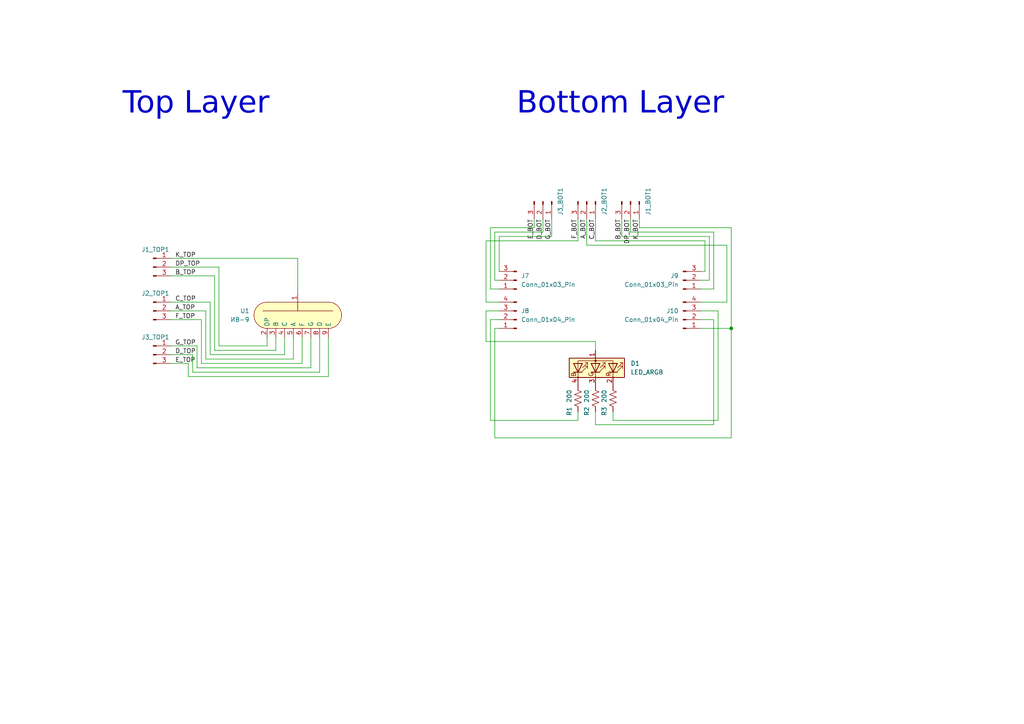
<source format=kicad_sch>
(kicad_sch (version 20230121) (generator eeschema)
  (paper "A4")
  (title_block (title "Kartusche IV-9 Adapter") (date "2023-12-08") (rev "R1.0") (company "Copyright 2023 AnalogMiko") (comment 2 "MERCHANTABILITY, SATISFACTORY QUALITY AND FITNESS FOR A PARTICULAR PURPOSE.") (comment 3 "This source is distributed WITHOUT ANY EXPRESS OR IMPLIED WARRANTY, INCLUDING OF") (comment 4 "This source describes Open Hardware and is licensed under the CERN-OHL-S v2."))
  (lib_symbols
    (symbol "Connector:Conn_01x03_Pin" (pin_names (offset 1.016) hide)
      (property "Reference" "J" (at 0 5.08 0))
      (property "Value" "Conn_01x03_Pin" (at 0 -5.08 0))
      (symbol "Conn_01x03_Pin_1_1"
        (polyline (pts (xy 1.27 -2.54) (xy 0.8636 -2.54)) (stroke (width 0.1524)))
        (polyline (pts (xy 1.27 0) (xy 0.8636 0)) (stroke (width 0.1524)))
        (polyline (pts (xy 1.27 2.54) (xy 0.8636 2.54)) (stroke (width 0.1524)))
        (rectangle (start 0.8636 -2.413) (end 0 -2.667) (stroke (width 0.1524)) (fill (type outline)))
        (rectangle (start 0.8636 0.127) (end 0 -0.127) (stroke (width 0.1524)) (fill (type outline)))
        (rectangle (start 0.8636 2.667) (end 0 2.413) (stroke (width 0.1524)) (fill (type outline)))
        (pin passive line (at 5.08 2.54 180) (length 3.81) (name "Pin_1") (number "1"))
        (pin passive line (at 5.08 0 180) (length 3.81) (name "Pin_2") (number "2"))
        (pin passive line (at 5.08 -2.54 180) (length 3.81) (name "Pin_3") (number "3"))
      )
    )
    (symbol "Connector:Conn_01x04_Pin" (pin_names (offset 1.016) hide)
      (property "Reference" "J" (at 0 5.08 0))
      (property "Value" "Conn_01x04_Pin" (at 0 -7.62 0))
      (symbol "Conn_01x04_Pin_1_1"
        (polyline (pts (xy 1.27 -5.08) (xy 0.8636 -5.08)) (stroke (width 0.1524)))
        (polyline (pts (xy 1.27 -2.54) (xy 0.8636 -2.54)) (stroke (width 0.1524)))
        (polyline (pts (xy 1.27 0) (xy 0.8636 0)) (stroke (width 0.1524)))
        (polyline (pts (xy 1.27 2.54) (xy 0.8636 2.54)) (stroke (width 0.1524)))
        (rectangle (start 0.8636 -4.953) (end 0 -5.207) (stroke (width 0.1524)) (fill (type outline)))
        (rectangle (start 0.8636 -2.413) (end 0 -2.667) (stroke (width 0.1524)) (fill (type outline)))
        (rectangle (start 0.8636 0.127) (end 0 -0.127) (stroke (width 0.1524)) (fill (type outline)))
        (rectangle (start 0.8636 2.667) (end 0 2.413) (stroke (width 0.1524)) (fill (type outline)))
        (pin passive line (at 5.08 2.54 180) (length 3.81) (name "Pin_1") (number "1"))
        (pin passive line (at 5.08 0 180) (length 3.81) (name "Pin_2") (number "2"))
        (pin passive line (at 5.08 -2.54 180) (length 3.81) (name "Pin_3") (number "3"))
        (pin passive line (at 5.08 -5.08 180) (length 3.81) (name "Pin_4") (number "4"))
      )
    )
    (symbol "Device:LED_ARGB" (pin_names (offset 0) hide)
      (property "Reference" "D" (at 0 9.398 0))
      (property "Value" "LED_ARGB" (at 0 -8.89 0))
      (symbol "LED_ARGB_0_0"
        (text "B" (at -1.905 -6.35 0) (effects (font (size 1.27 1.27))))
        (text "G" (at -1.905 -1.27 0) (effects (font (size 1.27 1.27))))
        (text "R" (at -1.905 3.81 0) (effects (font (size 1.27 1.27))))
      )
      (symbol "LED_ARGB_0_1"
        (polyline (pts (xy -1.27 -5.08) (xy -2.54 -5.08)))
        (polyline (pts (xy -1.27 -5.08) (xy 1.27 -5.08)))
        (polyline (pts (xy -1.27 -3.81) (xy -1.27 -6.35)) (stroke (width 0.254)))
        (polyline (pts (xy -1.27 0) (xy -2.54 0)))
        (polyline (pts (xy -1.27 1.27) (xy -1.27 -1.27)) (stroke (width 0.254)))
        (polyline (pts (xy -1.27 5.08) (xy -2.54 5.08)))
        (polyline (pts (xy -1.27 5.08) (xy 1.27 5.08)))
        (polyline (pts (xy -1.27 6.35) (xy -1.27 3.81)) (stroke (width 0.254)))
        (polyline (pts (xy 1.27 0) (xy -1.27 0)))
        (polyline (pts (xy 1.27 0) (xy 2.54 0)))
        (polyline (pts (xy -1.27 1.27) (xy -1.27 -1.27) (xy -1.27 -1.27)))
        (polyline (pts (xy -1.27 6.35) (xy -1.27 3.81) (xy -1.27 3.81)))
        (polyline (pts (xy 1.27 -5.08) (xy 2.032 -5.08) (xy 2.032 5.08) (xy 1.27 5.08)))
        (polyline (pts (xy 1.27 -3.81) (xy 1.27 -6.35) (xy -1.27 -5.08) (xy 1.27 -3.81)) (stroke (width 0.254)))
        (polyline (pts (xy 1.27 1.27) (xy 1.27 -1.27) (xy -1.27 0) (xy 1.27 1.27)) (stroke (width 0.254)))
        (polyline (pts (xy 1.27 6.35) (xy 1.27 3.81) (xy -1.27 5.08) (xy 1.27 6.35)) (stroke (width 0.254)))
        (polyline (pts (xy -1.016 -3.81) (xy 0.508 -2.286) (xy -0.254 -2.286) (xy 0.508 -2.286) (xy 0.508 -3.048)))
        (polyline (pts (xy -1.016 1.27) (xy 0.508 2.794) (xy -0.254 2.794) (xy 0.508 2.794) (xy 0.508 2.032)))
        (polyline (pts (xy -1.016 6.35) (xy 0.508 7.874) (xy -0.254 7.874) (xy 0.508 7.874) (xy 0.508 7.112)))
        (polyline (pts (xy 0 -3.81) (xy 1.524 -2.286) (xy 0.762 -2.286) (xy 1.524 -2.286) (xy 1.524 -3.048)))
        (polyline (pts (xy 0 1.27) (xy 1.524 2.794) (xy 0.762 2.794) (xy 1.524 2.794) (xy 1.524 2.032)))
        (polyline (pts (xy 0 6.35) (xy 1.524 7.874) (xy 0.762 7.874) (xy 1.524 7.874) (xy 1.524 7.112)))
        (rectangle (start 1.27 -1.27) (end 1.27 1.27))
        (rectangle (start 1.27 1.27) (end 1.27 1.27))
        (rectangle (start 1.27 3.81) (end 1.27 6.35))
        (rectangle (start 1.27 6.35) (end 1.27 6.35))
        (circle (center 2.032 0) (radius 0.254) (fill (type outline)))
        (rectangle (start 2.794 8.382) (end -2.794 -7.62) (stroke (width 0.254)) (fill (type background)))
      )
      (symbol "LED_ARGB_1_1"
        (pin passive line (at 5.08 0 180) (length 2.54) (name "A") (number "1"))
        (pin passive line (at -5.08 5.08 0) (length 2.54) (name "RK") (number "2"))
        (pin passive line (at -5.08 0 0) (length 2.54) (name "GK") (number "3"))
        (pin passive line (at -5.08 -5.08 0) (length 2.54) (name "BK") (number "4"))
      )
    )
    (symbol "Device:R_US" (pin_numbers hide) (pin_names (offset 0))
      (property "Reference" "R" (at 2.54 0 90))
      (property "Value" "R_US" (at -2.54 0 90))
      (symbol "R_US_0_1"
        (polyline (pts (xy 0 -2.286) (xy 0 -2.54)))
        (polyline (pts (xy 0 2.286) (xy 0 2.54)))
        (polyline (pts (xy 0 -0.762) (xy 1.016 -1.143) (xy 0 -1.524) (xy -1.016 -1.905) (xy 0 -2.286)))
        (polyline (pts (xy 0 0.762) (xy 1.016 0.381) (xy 0 0) (xy -1.016 -0.381) (xy 0 -0.762)))
        (polyline (pts (xy 0 2.286) (xy 1.016 1.905) (xy 0 1.524) (xy -1.016 1.143) (xy 0 0.762)))
      )
      (symbol "R_US_1_1"
        (pin passive line (at 0 3.81 270) (length 1.27) (name "~") (number "1"))
        (pin passive line (at 0 -3.81 90) (length 1.27) (name "~") (number "2"))
      )
    )
    (symbol "Flora:IV9"
      (property "Reference" "U" (at -7.62 3.81 0))
      (property "Value" "ИВ-9" (at -6.35 1.27 0))
      (symbol "IV9_1_1"
        (arc (start -12.6999 -3.8099) (mid -11.584 -6.504) (end -8.8899 -7.6199) (fill (type background)))
        (arc (start -8.89 0) (mid -11.5841 -1.1159) (end -12.7 -3.81) (fill (type background)))
        (rectangle (start -8.89 0) (end 8.89 -7.62) (stroke (width -0.0001)) (fill (type background)))
        (polyline (pts (xy -10.16 -2.54) (xy 10.16 -2.54)))
        (polyline (pts (xy -8.89 0) (xy 8.89 0)))
        (polyline (pts (xy 0 0) (xy 0 -2.54)))
        (polyline (pts (xy 8.89 -7.62) (xy -8.89 -7.62)))
        (arc (start 8.8899 -7.6199) (mid 11.584 -6.504) (end 12.6999 -3.8099) (fill (type background)))
        (arc (start 12.6998 -3.81) (mid 11.5839 -1.1159) (end 8.8898 0) (fill (type background)))
        (pin input line (at 0 2.54 270) (length 2.54) (name "") (number "1"))
        (pin input line (at -8.89 -10.16 90) (length 2.54) (name "DP") (number "2"))
        (pin input line (at -6.35 -10.16 90) (length 2.54) (name "B") (number "3"))
        (pin input line (at -3.81 -10.16 90) (length 2.54) (name "C") (number "4"))
        (pin input line (at -1.27 -10.16 90) (length 2.54) (name "A") (number "5"))
        (pin input line (at 1.27 -10.16 90) (length 2.54) (name "F") (number "6"))
        (pin input line (at 3.81 -10.16 90) (length 2.54) (name "G") (number "7"))
        (pin input line (at 6.35 -10.16 90) (length 2.54) (name "D") (number "8"))
        (pin input line (at 8.89 -10.16 90) (length 2.54) (name "E") (number "9"))
      )
    )
  )
  (junction (at 212.09 95.25))
  (wire (pts (xy 142.24 66.04) (xy 154.94 66.04)))
  (wire (pts (xy 170.18 71.12) (xy 170.18 63.5)))
  (wire (pts (xy 62.23 101.6) (xy 80.01 101.6)))
  (wire (pts (xy 210.82 87.63) (xy 210.82 71.12)))
  (wire (pts (xy 172.72 99.06) (xy 172.72 101.6)))
  (wire (pts (xy 207.01 83.82) (xy 207.01 67.31)))
  (wire (pts (xy 140.97 99.06) (xy 172.72 99.06)))
  (wire (pts (xy 143.51 81.28) (xy 143.51 67.31)))
  (wire (pts (xy 142.24 83.82) (xy 142.24 66.04)))
  (wire (pts (xy 85.09 104.14) (xy 85.09 97.79)))
  (wire (pts (xy 60.96 102.87) (xy 82.55 102.87)))
  (wire (pts (xy 207.01 123.19) (xy 172.72 123.19)))
  (wire (pts (xy 49.53 100.33) (xy 57.15 100.33)))
  (wire (pts (xy 95.25 109.22) (xy 95.25 97.79)))
  (wire (pts (xy 49.53 105.41) (xy 54.61 105.41)))
  (wire (pts (xy 54.61 105.41) (xy 54.61 109.22)))
  (wire (pts (xy 144.78 83.82) (xy 142.24 83.82)))
  (wire (pts (xy 140.97 69.85) (xy 167.64 69.85)))
  (wire (pts (xy 177.8 121.92) (xy 177.8 119.38)))
  (wire (pts (xy 207.01 67.31) (xy 182.88 67.31)))
  (wire (pts (xy 167.64 121.92) (xy 167.64 119.38)))
  (wire (pts (xy 59.69 90.17) (xy 59.69 104.14)))
  (wire (pts (xy 212.09 66.04) (xy 212.09 95.25)))
  (wire (pts (xy 185.42 66.04) (xy 212.09 66.04)))
  (wire (pts (xy 182.88 67.31) (xy 182.88 63.5)))
  (wire (pts (xy 205.74 81.28) (xy 205.74 68.58)))
  (wire (pts (xy 208.28 90.17) (xy 208.28 121.92)))
  (wire (pts (xy 172.72 123.19) (xy 172.72 119.38)))
  (wire (pts (xy 208.28 121.92) (xy 177.8 121.92)))
  (wire (pts (xy 49.53 80.01) (xy 62.23 80.01)))
  (wire (pts (xy 58.42 92.71) (xy 58.42 105.41)))
  (wire (pts (xy 63.5 77.47) (xy 63.5 100.33)))
  (wire (pts (xy 144.78 95.25) (xy 143.51 95.25)))
  (wire (pts (xy 180.34 68.58) (xy 180.34 63.5)))
  (wire (pts (xy 49.53 92.71) (xy 58.42 92.71)))
  (wire (pts (xy 49.53 102.87) (xy 55.88 102.87)))
  (wire (pts (xy 143.51 67.31) (xy 157.48 67.31)))
  (wire (pts (xy 185.42 63.5) (xy 185.42 66.04)))
  (wire (pts (xy 167.64 69.85) (xy 167.64 63.5)))
  (wire (pts (xy 49.53 77.47) (xy 63.5 77.47)))
  (wire (pts (xy 157.48 67.31) (xy 157.48 63.5)))
  (wire (pts (xy 92.71 107.95) (xy 92.71 97.79)))
  (wire (pts (xy 90.17 106.68) (xy 90.17 97.79)))
  (wire (pts (xy 144.78 87.63) (xy 140.97 87.63)))
  (wire (pts (xy 210.82 71.12) (xy 170.18 71.12)))
  (wire (pts (xy 49.53 74.93) (xy 86.36 74.93)))
  (wire (pts (xy 172.72 69.85) (xy 172.72 63.5)))
  (wire (pts (xy 203.2 78.74) (xy 204.47 78.74)))
  (wire (pts (xy 205.74 68.58) (xy 180.34 68.58)))
  (wire (pts (xy 204.47 69.85) (xy 172.72 69.85)))
  (wire (pts (xy 87.63 105.41) (xy 87.63 97.79)))
  (wire (pts (xy 142.24 92.71) (xy 142.24 121.92)))
  (wire (pts (xy 57.15 100.33) (xy 57.15 106.68)))
  (wire (pts (xy 63.5 100.33) (xy 77.47 100.33)))
  (wire (pts (xy 55.88 107.95) (xy 92.71 107.95)))
  (wire (pts (xy 77.47 97.79) (xy 77.47 100.33)))
  (wire (pts (xy 58.42 105.41) (xy 87.63 105.41)))
  (wire (pts (xy 160.02 68.58) (xy 160.02 63.5)))
  (wire (pts (xy 144.78 81.28) (xy 143.51 81.28)))
  (wire (pts (xy 203.2 92.71) (xy 207.01 92.71)))
  (wire (pts (xy 55.88 102.87) (xy 55.88 107.95)))
  (wire (pts (xy 82.55 102.87) (xy 82.55 97.79)))
  (wire (pts (xy 143.51 127) (xy 212.09 127)))
  (wire (pts (xy 203.2 81.28) (xy 205.74 81.28)))
  (wire (pts (xy 203.2 83.82) (xy 207.01 83.82)))
  (wire (pts (xy 144.78 92.71) (xy 142.24 92.71)))
  (wire (pts (xy 142.24 121.92) (xy 167.64 121.92)))
  (wire (pts (xy 60.96 87.63) (xy 60.96 102.87)))
  (wire (pts (xy 204.47 78.74) (xy 204.47 69.85)))
  (wire (pts (xy 207.01 92.71) (xy 207.01 123.19)))
  (wire (pts (xy 212.09 127) (xy 212.09 95.25)))
  (wire (pts (xy 49.53 87.63) (xy 60.96 87.63)))
  (wire (pts (xy 203.2 90.17) (xy 208.28 90.17)))
  (wire (pts (xy 140.97 90.17) (xy 140.97 99.06)))
  (wire (pts (xy 86.36 74.93) (xy 86.36 85.09)))
  (wire (pts (xy 154.94 66.04) (xy 154.94 63.5)))
  (wire (pts (xy 203.2 87.63) (xy 210.82 87.63)))
  (wire (pts (xy 144.78 78.74) (xy 144.78 68.58)))
  (wire (pts (xy 54.61 109.22) (xy 95.25 109.22)))
  (wire (pts (xy 144.78 90.17) (xy 140.97 90.17)))
  (wire (pts (xy 203.2 95.25) (xy 212.09 95.25)))
  (wire (pts (xy 59.69 104.14) (xy 85.09 104.14)))
  (wire (pts (xy 49.53 90.17) (xy 59.69 90.17)))
  (wire (pts (xy 62.23 80.01) (xy 62.23 101.6)))
  (wire (pts (xy 57.15 106.68) (xy 90.17 106.68)))
  (wire (pts (xy 144.78 68.58) (xy 160.02 68.58)))
  (wire (pts (xy 140.97 87.63) (xy 140.97 69.85)))
  (wire (pts (xy 80.01 101.6) (xy 80.01 97.79)))
  (wire (pts (xy 143.51 95.25) (xy 143.51 127)))
  (text "Top Layer" (at 35.56 35.56 0) (effects (font (size 6.35 6.35)) (justify left bottom)))
  (text "Bottom Layer" (at 149.86 35.56 0) (effects (font (size 6.35 6.35)) (justify left bottom)))
  (label "A_BOT" (at 170.18 63.5 270))
  (label "K_BOT" (at 185.42 63.5 270))
  (label "C_BOT" (at 172.72 63.5 270))
  (label "DP_TOP" (at 50.8 77.47 0))
  (label "B_TOP" (at 50.8 80.01 0))
  (label "G_BOT" (at 160.02 63.5 270))
  (label "B_BOT" (at 180.34 63.5 270))
  (label "K_TOP" (at 50.8 74.93 0))
  (label "D_TOP" (at 50.8 102.87 0))
  (label "A_TOP" (at 50.8 90.17 0))
  (label "C_TOP" (at 50.8 87.63 0))
  (label "F_TOP" (at 50.8 92.71 0))
  (label "D_BOT" (at 157.48 63.5 270))
  (label "DP_BOT" (at 182.88 63.5 270))
  (label "G_TOP" (at 50.8 100.33 0))
  (label "E_TOP" (at 50.8 105.41 0))
  (label "E_BOT" (at 154.94 63.5 270))
  (label "F_BOT" (at 167.64 63.5 270))
  (symbol (lib_id "Device:R_US") (at 167.64 115.57 0) (unit 1)
    (property "Reference" "R1" (at 165.1 120.65 90) (effects (justify left)))
    (property "Value" "200" (at 165.1 116.84 90) (effects (justify left)))
    (property "Footprint" "Resistor_SMD:R_0402_1005Metric" (effects hide))
  )
  (symbol (lib_id "Connector:Conn_01x03_Pin") (at 149.86 81.28 180) (unit 1)
    (property "Reference" "J7" (at 151.13 80.01 0) (effects (justify right)))
    (property "Value" "Conn_01x03_Pin" (at 151.13 82.55 0) (effects (justify right)))
    (property "Footprint" "Connector_PinHeader_1.27mm:PinHeader_1x03_P1.27mm_Vertical" (effects hide))
  )
  (symbol (lib_id "Device:R_US") (at 177.8 115.57 0) (unit 1)
    (property "Reference" "R3" (at 175.26 120.65 90) (effects (justify left)))
    (property "Value" "200" (at 175.26 116.84 90) (effects (justify left)))
    (property "Footprint" "Resistor_SMD:R_0402_1005Metric" (effects hide))
  )
  (symbol (lib_id "Connector:Conn_01x03_Pin") (at 170.18 58.42 270) (unit 1)
    (property "Reference" "J2_BOT1" (at 175.26 58.42 0))
    (property "Value" "Conn_01x03_Pin" (effects hide))
    (property "Footprint" "Connector_PinHeader_1.27mm:PinHeader_1x03_P1.27mm_Vertical" (effects hide))
  )
  (symbol (lib_id "Device:R_US") (at 172.72 115.57 0) (unit 1)
    (property "Reference" "R2" (at 170.18 120.65 90) (effects (justify left)))
    (property "Value" "200" (at 170.18 116.84 90) (effects (justify left)))
    (property "Footprint" "Resistor_SMD:R_0402_1005Metric" (effects hide))
  )
  (symbol (lib_id "Connector:Conn_01x03_Pin") (at 157.48 58.42 270) (unit 1)
    (property "Reference" "J3_BOT1" (at 162.56 58.42 0))
    (property "Value" "Conn_01x03_Pin" (effects hide))
    (property "Footprint" "Connector_PinHeader_1.27mm:PinHeader_1x03_P1.27mm_Vertical" (effects hide))
  )
  (symbol (lib_id "Device:LED_ARGB") (at 172.72 106.68 270) (mirror x) (unit 1)
    (property "Reference" "D1" (at 182.88 105.41 90) (effects (justify left)))
    (property "Value" "LED_ARGB" (at 182.88 107.95 90) (effects (justify left)))
    (property "Footprint" "LED_SMD:LED_LiteOn_LTST-C19HE1WT" (effects hide))
  )
  (symbol (lib_id "Connector:Conn_01x03_Pin") (at 44.45 90.17 0) (unit 1)
    (property "Reference" "J2_TOP1" (at 45.085 85.09 0))
    (property "Value" "Conn_01x03_Pin" (effects hide))
    (property "Footprint" "Connector_PinHeader_1.27mm:PinHeader_1x03_P1.27mm_Vertical" (effects hide))
  )
  (symbol (lib_id "Connector:Conn_01x03_Pin") (at 182.88 58.42 270) (unit 1)
    (property "Reference" "J1_BOT1" (at 187.96 58.42 0))
    (property "Value" "Conn_01x03_Pin" (effects hide))
    (property "Footprint" "Connector_PinHeader_1.27mm:PinHeader_1x03_P1.27mm_Vertical" (effects hide))
  )
  (symbol (lib_id "Flora:IV9") (at 86.36 87.63 0) (unit 1)
    (property "Reference" "U1" (at 72.39 90.17 0) (effects (justify right)))
    (property "Value" "ИВ-9" (at 72.39 92.71 0) (effects (justify right)))
    (property "Footprint" "Flora:IV9" (effects hide))
    (property "Datasheet" "https://www.tube-tester.com/sites/nixie/data/IV-9/iv-9.htm" (effects hide))
  )
  (symbol (lib_id "Connector:Conn_01x03_Pin") (at 44.45 77.47 0) (unit 1)
    (property "Reference" "J1_TOP1" (at 45.085 72.39 0))
    (property "Value" "Conn_01x03_Pin" (effects hide))
    (property "Footprint" "Connector_PinHeader_1.27mm:PinHeader_1x03_P1.27mm_Vertical" (effects hide))
  )
  (symbol (lib_id "Connector:Conn_01x03_Pin") (at 44.45 102.87 0) (unit 1)
    (property "Reference" "J3_TOP1" (at 45.085 97.79 0))
    (property "Value" "Conn_01x03_Pin" (effects hide))
    (property "Footprint" "Connector_PinHeader_1.27mm:PinHeader_1x03_P1.27mm_Vertical" (effects hide))
  )
  (symbol (lib_id "Connector:Conn_01x03_Pin") (at 198.12 81.28 0) (mirror x) (unit 1)
    (property "Reference" "J9" (at 196.85 80.01 0) (effects (justify right)))
    (property "Value" "Conn_01x03_Pin" (at 196.85 82.55 0) (effects (justify right)))
    (property "Footprint" "Connector_PinHeader_1.27mm:PinHeader_1x03_P1.27mm_Vertical" (effects hide))
  )
  (symbol (lib_id "Connector:Conn_01x04_Pin") (at 149.86 92.71 180) (unit 1)
    (property "Reference" "J8" (at 151.13 90.17 0) (effects (justify right)))
    (property "Value" "Conn_01x04_Pin" (at 151.13 92.71 0) (effects (justify right)))
    (property "Footprint" "Connector_PinHeader_1.27mm:PinHeader_1x04_P1.27mm_Vertical" (effects hide))
  )
  (symbol (lib_id "Connector:Conn_01x04_Pin") (at 198.12 92.71 0) (mirror x) (unit 1)
    (property "Reference" "J10" (at 196.85 90.17 0) (effects (justify right)))
    (property "Value" "Conn_01x04_Pin" (at 196.85 92.71 0) (effects (justify right)))
    (property "Footprint" "Connector_PinHeader_1.27mm:PinHeader_1x04_P1.27mm_Vertical" (effects hide))
  )
)
</source>
